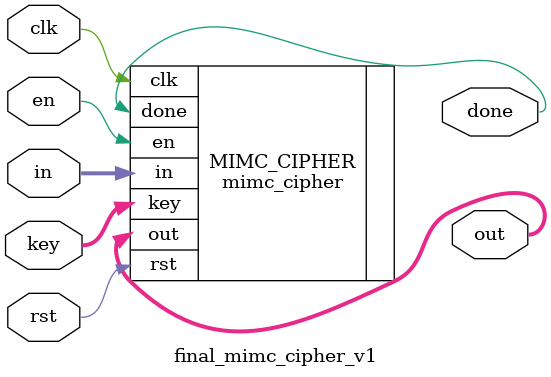
<source format=v>



module final_mimc_cipher_v1 #(
	parameter N_BITS = 254
) (
	input clk,
	input rst,
	input en,
	input  [N_BITS-1:0] in,
	input  [N_BITS-1:0] key,
	output [N_BITS-1:0] out,
	output done
);

mimc_cipher #(
	.N_BITS(N_BITS),
	.GALOIS_MULT_METHOD("barrett"),
	.GALOIS_POW_7_METHOD("parallel"),
	.MIMC_CIPHER_ROUND_METHOD("v1")
) MIMC_CIPHER (
	.clk(clk),
	.rst(rst),
	.en(en),
	.in(in),
	.key(key),
	.out(out),
	.done(done)
);

endmodule

</source>
